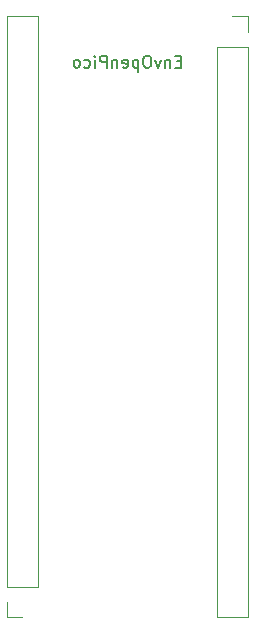
<source format=gbo>
G04 #@! TF.GenerationSoftware,KiCad,Pcbnew,(5.1.9)-1*
G04 #@! TF.CreationDate,2021-05-03T19:10:46+01:00*
G04 #@! TF.ProjectId,EnvOpenPico,456e764f-7065-46e5-9069-636f2e6b6963,REV1*
G04 #@! TF.SameCoordinates,Original*
G04 #@! TF.FileFunction,Legend,Bot*
G04 #@! TF.FilePolarity,Positive*
%FSLAX46Y46*%
G04 Gerber Fmt 4.6, Leading zero omitted, Abs format (unit mm)*
G04 Created by KiCad (PCBNEW (5.1.9)-1) date 2021-05-03 19:10:46*
%MOMM*%
%LPD*%
G01*
G04 APERTURE LIST*
%ADD10C,0.150000*%
%ADD11C,0.120000*%
%ADD12C,2.302000*%
%ADD13C,0.752000*%
%ADD14O,1.102000X2.202000*%
%ADD15O,1.102000X1.702000*%
%ADD16O,1.802000X1.802000*%
%ADD17C,1.802000*%
G04 APERTURE END LIST*
D10*
X108163809Y-61258571D02*
X107830476Y-61258571D01*
X107687619Y-61782380D02*
X108163809Y-61782380D01*
X108163809Y-60782380D01*
X107687619Y-60782380D01*
X107259047Y-61115714D02*
X107259047Y-61782380D01*
X107259047Y-61210952D02*
X107211428Y-61163333D01*
X107116190Y-61115714D01*
X106973333Y-61115714D01*
X106878095Y-61163333D01*
X106830476Y-61258571D01*
X106830476Y-61782380D01*
X106449523Y-61115714D02*
X106211428Y-61782380D01*
X105973333Y-61115714D01*
X105401904Y-60782380D02*
X105211428Y-60782380D01*
X105116190Y-60830000D01*
X105020952Y-60925238D01*
X104973333Y-61115714D01*
X104973333Y-61449047D01*
X105020952Y-61639523D01*
X105116190Y-61734761D01*
X105211428Y-61782380D01*
X105401904Y-61782380D01*
X105497142Y-61734761D01*
X105592380Y-61639523D01*
X105640000Y-61449047D01*
X105640000Y-61115714D01*
X105592380Y-60925238D01*
X105497142Y-60830000D01*
X105401904Y-60782380D01*
X104544761Y-61115714D02*
X104544761Y-62115714D01*
X104544761Y-61163333D02*
X104449523Y-61115714D01*
X104259047Y-61115714D01*
X104163809Y-61163333D01*
X104116190Y-61210952D01*
X104068571Y-61306190D01*
X104068571Y-61591904D01*
X104116190Y-61687142D01*
X104163809Y-61734761D01*
X104259047Y-61782380D01*
X104449523Y-61782380D01*
X104544761Y-61734761D01*
X103259047Y-61734761D02*
X103354285Y-61782380D01*
X103544761Y-61782380D01*
X103640000Y-61734761D01*
X103687619Y-61639523D01*
X103687619Y-61258571D01*
X103640000Y-61163333D01*
X103544761Y-61115714D01*
X103354285Y-61115714D01*
X103259047Y-61163333D01*
X103211428Y-61258571D01*
X103211428Y-61353809D01*
X103687619Y-61449047D01*
X102782857Y-61115714D02*
X102782857Y-61782380D01*
X102782857Y-61210952D02*
X102735238Y-61163333D01*
X102640000Y-61115714D01*
X102497142Y-61115714D01*
X102401904Y-61163333D01*
X102354285Y-61258571D01*
X102354285Y-61782380D01*
X101878095Y-61782380D02*
X101878095Y-60782380D01*
X101497142Y-60782380D01*
X101401904Y-60830000D01*
X101354285Y-60877619D01*
X101306666Y-60972857D01*
X101306666Y-61115714D01*
X101354285Y-61210952D01*
X101401904Y-61258571D01*
X101497142Y-61306190D01*
X101878095Y-61306190D01*
X100878095Y-61782380D02*
X100878095Y-61115714D01*
X100878095Y-60782380D02*
X100925714Y-60830000D01*
X100878095Y-60877619D01*
X100830476Y-60830000D01*
X100878095Y-60782380D01*
X100878095Y-60877619D01*
X99973333Y-61734761D02*
X100068571Y-61782380D01*
X100259047Y-61782380D01*
X100354285Y-61734761D01*
X100401904Y-61687142D01*
X100449523Y-61591904D01*
X100449523Y-61306190D01*
X100401904Y-61210952D01*
X100354285Y-61163333D01*
X100259047Y-61115714D01*
X100068571Y-61115714D01*
X99973333Y-61163333D01*
X99401904Y-61782380D02*
X99497142Y-61734761D01*
X99544761Y-61687142D01*
X99592380Y-61591904D01*
X99592380Y-61306190D01*
X99544761Y-61210952D01*
X99497142Y-61163333D01*
X99401904Y-61115714D01*
X99259047Y-61115714D01*
X99163809Y-61163333D01*
X99116190Y-61210952D01*
X99068571Y-61306190D01*
X99068571Y-61591904D01*
X99116190Y-61687142D01*
X99163809Y-61734761D01*
X99259047Y-61782380D01*
X99401904Y-61782380D01*
D11*
X113860000Y-57395000D02*
X112530000Y-57395000D01*
X113860000Y-58725000D02*
X113860000Y-57395000D01*
X113860000Y-59995000D02*
X111200000Y-59995000D01*
X111200000Y-59995000D02*
X111200000Y-108315000D01*
X113860000Y-59995000D02*
X113860000Y-108315000D01*
X113860000Y-108315000D02*
X111200000Y-108315000D01*
X93420000Y-108315000D02*
X94750000Y-108315000D01*
X93420000Y-106985000D02*
X93420000Y-108315000D01*
X93420000Y-105715000D02*
X96080000Y-105715000D01*
X96080000Y-105715000D02*
X96080000Y-57395000D01*
X93420000Y-105715000D02*
X93420000Y-57395000D01*
X93420000Y-57395000D02*
X96080000Y-57395000D01*
%LPC*%
D12*
X110100000Y-58925000D03*
X97350000Y-58925000D03*
X109400000Y-106825000D03*
X98000000Y-106825000D03*
D13*
X100710000Y-63175000D03*
X106490000Y-63175000D03*
D14*
X107920000Y-63705000D03*
X99280000Y-63705000D03*
D15*
X107920000Y-59525000D03*
X99280000Y-59525000D03*
D16*
X106230000Y-106925000D03*
X103690000Y-106925000D03*
G36*
G01*
X102000000Y-107826000D02*
X100300000Y-107826000D01*
G75*
G02*
X100249000Y-107775000I0J51000D01*
G01*
X100249000Y-106075000D01*
G75*
G02*
X100300000Y-106024000I51000J0D01*
G01*
X102000000Y-106024000D01*
G75*
G02*
X102051000Y-106075000I0J-51000D01*
G01*
X102051000Y-107775000D01*
G75*
G02*
X102000000Y-107826000I-51000J0D01*
G01*
G37*
X112530000Y-106985000D03*
X112530000Y-104445000D03*
G36*
G01*
X113431000Y-101055000D02*
X113431000Y-102755000D01*
G75*
G02*
X113380000Y-102806000I-51000J0D01*
G01*
X111680000Y-102806000D01*
G75*
G02*
X111629000Y-102755000I0J51000D01*
G01*
X111629000Y-101055000D01*
G75*
G02*
X111680000Y-101004000I51000J0D01*
G01*
X113380000Y-101004000D01*
G75*
G02*
X113431000Y-101055000I0J-51000D01*
G01*
G37*
X112530000Y-99365000D03*
X112530000Y-96825000D03*
X112530000Y-94285000D03*
X112530000Y-91745000D03*
G36*
G01*
X113431000Y-88355000D02*
X113431000Y-90055000D01*
G75*
G02*
X113380000Y-90106000I-51000J0D01*
G01*
X111680000Y-90106000D01*
G75*
G02*
X111629000Y-90055000I0J51000D01*
G01*
X111629000Y-88355000D01*
G75*
G02*
X111680000Y-88304000I51000J0D01*
G01*
X113380000Y-88304000D01*
G75*
G02*
X113431000Y-88355000I0J-51000D01*
G01*
G37*
X112530000Y-86665000D03*
X112530000Y-84125000D03*
X112530000Y-81585000D03*
X112530000Y-79045000D03*
G36*
G01*
X113431000Y-75655000D02*
X113431000Y-77355000D01*
G75*
G02*
X113380000Y-77406000I-51000J0D01*
G01*
X111680000Y-77406000D01*
G75*
G02*
X111629000Y-77355000I0J51000D01*
G01*
X111629000Y-75655000D01*
G75*
G02*
X111680000Y-75604000I51000J0D01*
G01*
X113380000Y-75604000D01*
G75*
G02*
X113431000Y-75655000I0J-51000D01*
G01*
G37*
X112530000Y-73965000D03*
X112530000Y-71425000D03*
X112530000Y-68885000D03*
X112530000Y-66345000D03*
G36*
G01*
X113431000Y-62955000D02*
X113431000Y-64655000D01*
G75*
G02*
X113380000Y-64706000I-51000J0D01*
G01*
X111680000Y-64706000D01*
G75*
G02*
X111629000Y-64655000I0J51000D01*
G01*
X111629000Y-62955000D01*
G75*
G02*
X111680000Y-62904000I51000J0D01*
G01*
X113380000Y-62904000D01*
G75*
G02*
X113431000Y-62955000I0J-51000D01*
G01*
G37*
X112530000Y-61265000D03*
X112530000Y-58725000D03*
X94750000Y-58725000D03*
X94750000Y-61265000D03*
G36*
G01*
X93849000Y-64655000D02*
X93849000Y-62955000D01*
G75*
G02*
X93900000Y-62904000I51000J0D01*
G01*
X95600000Y-62904000D01*
G75*
G02*
X95651000Y-62955000I0J-51000D01*
G01*
X95651000Y-64655000D01*
G75*
G02*
X95600000Y-64706000I-51000J0D01*
G01*
X93900000Y-64706000D01*
G75*
G02*
X93849000Y-64655000I0J51000D01*
G01*
G37*
X94750000Y-66345000D03*
X94750000Y-68885000D03*
X94750000Y-71425000D03*
X94750000Y-73965000D03*
G36*
G01*
X93849000Y-77355000D02*
X93849000Y-75655000D01*
G75*
G02*
X93900000Y-75604000I51000J0D01*
G01*
X95600000Y-75604000D01*
G75*
G02*
X95651000Y-75655000I0J-51000D01*
G01*
X95651000Y-77355000D01*
G75*
G02*
X95600000Y-77406000I-51000J0D01*
G01*
X93900000Y-77406000D01*
G75*
G02*
X93849000Y-77355000I0J51000D01*
G01*
G37*
X94750000Y-79045000D03*
X94750000Y-81585000D03*
X94750000Y-84125000D03*
X94750000Y-86665000D03*
G36*
G01*
X93849000Y-90055000D02*
X93849000Y-88355000D01*
G75*
G02*
X93900000Y-88304000I51000J0D01*
G01*
X95600000Y-88304000D01*
G75*
G02*
X95651000Y-88355000I0J-51000D01*
G01*
X95651000Y-90055000D01*
G75*
G02*
X95600000Y-90106000I-51000J0D01*
G01*
X93900000Y-90106000D01*
G75*
G02*
X93849000Y-90055000I0J51000D01*
G01*
G37*
X94750000Y-91745000D03*
X94750000Y-94285000D03*
X94750000Y-96825000D03*
X94750000Y-99365000D03*
G36*
G01*
X93849000Y-102755000D02*
X93849000Y-101055000D01*
G75*
G02*
X93900000Y-101004000I51000J0D01*
G01*
X95600000Y-101004000D01*
G75*
G02*
X95651000Y-101055000I0J-51000D01*
G01*
X95651000Y-102755000D01*
G75*
G02*
X95600000Y-102806000I-51000J0D01*
G01*
X93900000Y-102806000D01*
G75*
G02*
X93849000Y-102755000I0J51000D01*
G01*
G37*
X94750000Y-104445000D03*
D17*
X94750000Y-106985000D03*
M02*

</source>
